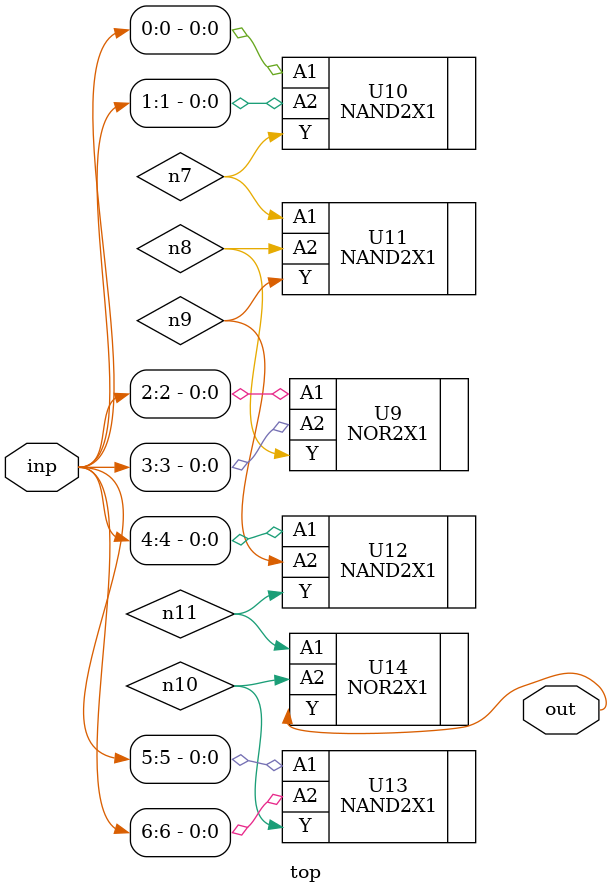
<source format=sv>


module top ( inp, out );
  input [6:0] inp;
  output out;
  wire   n7, n8, n9, n10, n11;

  NOR2X1 U9 ( .A1(inp[2]), .A2(inp[3]), .Y(n8) );
  NAND2X1 U10 ( .A1(inp[0]), .A2(inp[1]), .Y(n7) );
  NAND2X1 U11 ( .A1(n7), .A2(n8), .Y(n9) );
  NAND2X1 U12 ( .A1(inp[4]), .A2(n9), .Y(n11) );
  NAND2X1 U13 ( .A1(inp[5]), .A2(inp[6]), .Y(n10) );
  NOR2X1 U14 ( .A1(n11), .A2(n10), .Y(out) );
endmodule


</source>
